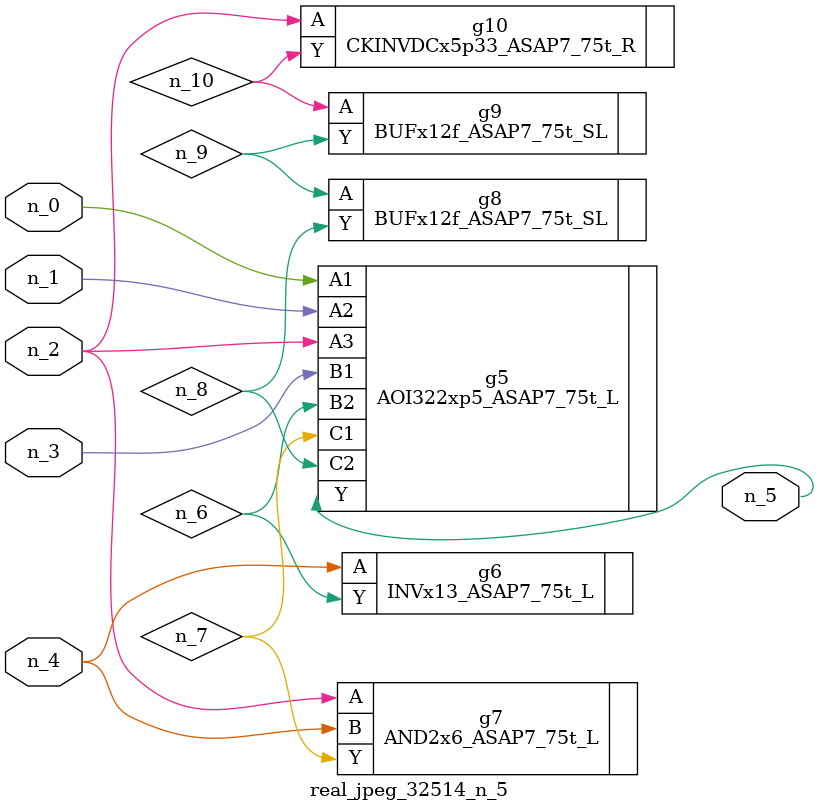
<source format=v>
module real_jpeg_32514_n_5 (n_4, n_0, n_1, n_2, n_3, n_5);

input n_4;
input n_0;
input n_1;
input n_2;
input n_3;

output n_5;

wire n_8;
wire n_6;
wire n_7;
wire n_10;
wire n_9;

AOI322xp5_ASAP7_75t_L g5 ( 
.A1(n_0),
.A2(n_1),
.A3(n_2),
.B1(n_3),
.B2(n_6),
.C1(n_7),
.C2(n_8),
.Y(n_5)
);

AND2x6_ASAP7_75t_L g7 ( 
.A(n_2),
.B(n_4),
.Y(n_7)
);

CKINVDCx5p33_ASAP7_75t_R g10 ( 
.A(n_2),
.Y(n_10)
);

INVx13_ASAP7_75t_L g6 ( 
.A(n_4),
.Y(n_6)
);

BUFx12f_ASAP7_75t_SL g8 ( 
.A(n_9),
.Y(n_8)
);

BUFx12f_ASAP7_75t_SL g9 ( 
.A(n_10),
.Y(n_9)
);


endmodule
</source>
